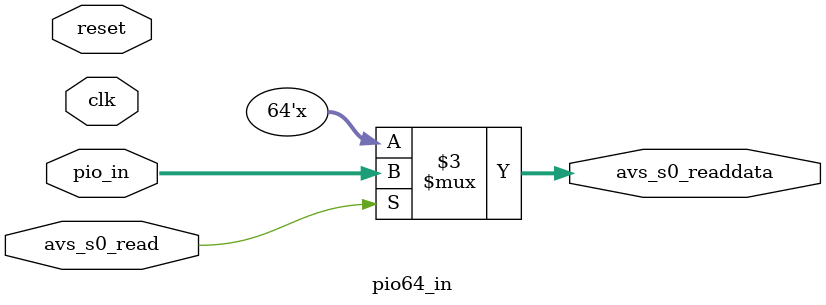
<source format=sv>
module pio64_in (
    input logic clk,
    input logic reset,

    input logic avs_s0_read,
    output logic [63:0] avs_s0_readdata,

    input logic [63:0] pio_in
);

  always_comb begin
    if (avs_s0_read) begin
      avs_s0_readdata = pio_in;
    end else begin
      avs_s0_readdata = 'x;
    end
  end

endmodule

</source>
